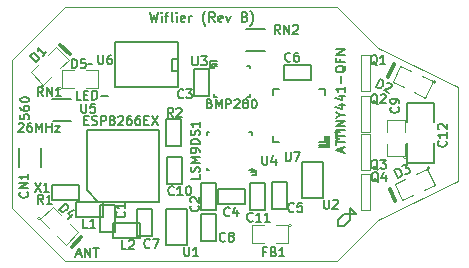
<source format=gto>
G04 (created by PCBNEW (2013-jul-07)-stable) date Mon 22 Jun 2015 08:36:27 PM EDT*
%MOIN*%
G04 Gerber Fmt 3.4, Leading zero omitted, Abs format*
%FSLAX34Y34*%
G01*
G70*
G90*
G04 APERTURE LIST*
%ADD10C,0.00590551*%
%ADD11C,0.00787402*%
%ADD12C,0.0065*%
%ADD13C,0.00393701*%
%ADD14C,0.011811*%
%ADD15C,0.0075*%
%ADD16C,0.0047*%
%ADD17C,0.005*%
%ADD18C,0.006*%
%ADD19C,0.0039*%
G04 APERTURE END LIST*
G54D10*
G54D11*
X20447Y-21247D02*
X20578Y-21247D01*
G54D12*
X22487Y-19534D02*
X22564Y-19854D01*
X22625Y-19625D01*
X22685Y-19854D01*
X22762Y-19534D01*
X22884Y-19854D02*
X22884Y-19641D01*
X22884Y-19534D02*
X22868Y-19549D01*
X22884Y-19565D01*
X22899Y-19549D01*
X22884Y-19534D01*
X22884Y-19565D01*
X22990Y-19641D02*
X23112Y-19641D01*
X23036Y-19854D02*
X23036Y-19580D01*
X23051Y-19549D01*
X23082Y-19534D01*
X23112Y-19534D01*
X23265Y-19854D02*
X23234Y-19839D01*
X23219Y-19808D01*
X23219Y-19534D01*
X23386Y-19854D02*
X23386Y-19641D01*
X23386Y-19534D02*
X23371Y-19549D01*
X23386Y-19565D01*
X23402Y-19549D01*
X23386Y-19534D01*
X23386Y-19565D01*
X23661Y-19839D02*
X23630Y-19854D01*
X23569Y-19854D01*
X23539Y-19839D01*
X23524Y-19808D01*
X23524Y-19686D01*
X23539Y-19656D01*
X23569Y-19641D01*
X23630Y-19641D01*
X23661Y-19656D01*
X23676Y-19686D01*
X23676Y-19717D01*
X23524Y-19747D01*
X23813Y-19854D02*
X23813Y-19641D01*
X23813Y-19702D02*
X23828Y-19671D01*
X23844Y-19656D01*
X23874Y-19641D01*
X23905Y-19641D01*
X24346Y-19976D02*
X24331Y-19961D01*
X24301Y-19915D01*
X24285Y-19885D01*
X24270Y-19839D01*
X24255Y-19763D01*
X24255Y-19702D01*
X24270Y-19625D01*
X24285Y-19580D01*
X24301Y-19549D01*
X24331Y-19504D01*
X24346Y-19488D01*
X24651Y-19854D02*
X24545Y-19702D01*
X24468Y-19854D02*
X24468Y-19534D01*
X24590Y-19534D01*
X24621Y-19549D01*
X24636Y-19565D01*
X24651Y-19595D01*
X24651Y-19641D01*
X24636Y-19671D01*
X24621Y-19686D01*
X24590Y-19702D01*
X24468Y-19702D01*
X24910Y-19839D02*
X24880Y-19854D01*
X24819Y-19854D01*
X24788Y-19839D01*
X24773Y-19808D01*
X24773Y-19686D01*
X24788Y-19656D01*
X24819Y-19641D01*
X24880Y-19641D01*
X24910Y-19656D01*
X24925Y-19686D01*
X24925Y-19717D01*
X24773Y-19747D01*
X25032Y-19641D02*
X25108Y-19854D01*
X25185Y-19641D01*
X25657Y-19686D02*
X25703Y-19702D01*
X25718Y-19717D01*
X25733Y-19747D01*
X25733Y-19793D01*
X25718Y-19824D01*
X25703Y-19839D01*
X25672Y-19854D01*
X25550Y-19854D01*
X25550Y-19534D01*
X25657Y-19534D01*
X25687Y-19549D01*
X25703Y-19565D01*
X25718Y-19595D01*
X25718Y-19625D01*
X25703Y-19656D01*
X25687Y-19671D01*
X25657Y-19686D01*
X25550Y-19686D01*
X25840Y-19976D02*
X25855Y-19961D01*
X25885Y-19915D01*
X25901Y-19885D01*
X25916Y-19839D01*
X25931Y-19763D01*
X25931Y-19702D01*
X25916Y-19625D01*
X25901Y-19580D01*
X25885Y-19549D01*
X25855Y-19504D01*
X25840Y-19488D01*
G54D11*
X28950Y-26650D02*
X28750Y-26650D01*
X29150Y-26450D02*
X28950Y-26650D01*
X29150Y-26250D02*
X29150Y-26450D01*
X29350Y-26250D02*
X29150Y-26050D01*
X29150Y-26250D02*
X29350Y-26250D01*
X29150Y-26050D02*
X29150Y-26250D01*
X29150Y-26250D02*
X29150Y-26050D01*
X28950Y-26250D02*
X29150Y-26250D01*
X28750Y-26450D02*
X28950Y-26250D01*
X28750Y-26650D02*
X28750Y-26450D01*
G54D13*
X28718Y-19360D02*
X19662Y-19360D01*
X28718Y-27825D02*
X19662Y-27825D01*
X19662Y-27825D02*
X17891Y-26053D01*
X17891Y-21132D02*
X19662Y-19360D01*
G54D14*
X19893Y-27349D02*
X20212Y-27030D01*
X19816Y-20939D02*
X19497Y-20620D01*
X30630Y-21272D02*
X30440Y-21679D01*
X30488Y-25412D02*
X30678Y-25819D01*
G54D15*
X28654Y-23517D02*
X28825Y-23517D01*
X28740Y-23517D02*
X28740Y-23817D01*
X28768Y-23774D01*
X28797Y-23746D01*
X28825Y-23731D01*
G54D13*
X32753Y-25167D02*
X30096Y-26447D01*
X32753Y-22018D02*
X32753Y-25167D01*
X30096Y-20738D02*
X32753Y-22018D01*
X17891Y-21132D02*
X17891Y-26053D01*
X28718Y-19360D02*
X30096Y-20738D01*
X28718Y-27825D02*
X30096Y-26447D01*
G54D10*
X28127Y-24022D02*
X28481Y-24022D01*
X28481Y-24022D02*
X28481Y-23668D01*
X28127Y-23943D02*
X28166Y-23943D01*
X28402Y-23668D02*
X28402Y-23943D01*
X28402Y-23943D02*
X28166Y-23943D01*
X28324Y-22290D02*
X28324Y-22093D01*
X28324Y-22093D02*
X28127Y-22093D01*
X26591Y-22093D02*
X26788Y-22093D01*
X26591Y-22093D02*
X26591Y-22290D01*
X26788Y-23865D02*
X26591Y-23865D01*
X26591Y-23865D02*
X26591Y-23668D01*
X28324Y-23865D02*
X28324Y-23668D01*
X28324Y-23865D02*
X28127Y-23865D01*
G54D16*
X29530Y-23520D02*
X29530Y-22320D01*
X29530Y-22320D02*
X29830Y-22320D01*
X29830Y-22320D02*
X29830Y-23520D01*
X29830Y-23520D02*
X29530Y-23520D01*
X29534Y-22168D02*
X29534Y-20968D01*
X29534Y-20968D02*
X29834Y-20968D01*
X29834Y-20968D02*
X29834Y-22168D01*
X29834Y-22168D02*
X29534Y-22168D01*
X29520Y-24800D02*
X29520Y-23600D01*
X29520Y-23600D02*
X29820Y-23600D01*
X29820Y-23600D02*
X29820Y-24800D01*
X29820Y-24800D02*
X29520Y-24800D01*
X29520Y-26120D02*
X29520Y-24920D01*
X29520Y-24920D02*
X29820Y-24920D01*
X29820Y-24920D02*
X29820Y-26120D01*
X29820Y-26120D02*
X29520Y-26120D01*
G54D17*
X27549Y-24516D02*
X28249Y-24516D01*
X28249Y-24516D02*
X28249Y-25716D01*
X28249Y-25716D02*
X27549Y-25716D01*
X27549Y-25716D02*
X27549Y-24516D01*
X23038Y-26076D02*
X23738Y-26076D01*
X23738Y-26076D02*
X23738Y-27276D01*
X23738Y-27276D02*
X23038Y-27276D01*
X23038Y-27276D02*
X23038Y-26076D01*
X23440Y-20577D02*
X23440Y-20527D01*
X23440Y-20527D02*
X21340Y-20527D01*
X21340Y-22027D02*
X23440Y-22027D01*
X23440Y-22027D02*
X23440Y-20577D01*
X23440Y-21477D02*
X23240Y-21477D01*
X23240Y-21477D02*
X23240Y-21077D01*
X23240Y-21077D02*
X23440Y-21077D01*
X21340Y-22027D02*
X21340Y-20527D01*
X31070Y-24550D02*
X31970Y-24550D01*
X31970Y-24550D02*
X31970Y-23900D01*
X31070Y-23200D02*
X31070Y-22550D01*
X31070Y-22550D02*
X31970Y-22550D01*
X31970Y-22550D02*
X31970Y-23200D01*
X31070Y-23900D02*
X31070Y-24550D01*
X21272Y-26557D02*
X22172Y-26557D01*
X22172Y-26557D02*
X22172Y-27057D01*
X22172Y-27057D02*
X21272Y-27057D01*
X21272Y-27057D02*
X21272Y-26557D01*
X24779Y-25431D02*
X25679Y-25431D01*
X25679Y-25431D02*
X25679Y-25931D01*
X25679Y-25931D02*
X24779Y-25931D01*
X24779Y-25931D02*
X24779Y-25431D01*
X23981Y-22326D02*
X23981Y-21426D01*
X23981Y-21426D02*
X24481Y-21426D01*
X24481Y-21426D02*
X24481Y-22326D01*
X24481Y-22326D02*
X23981Y-22326D01*
X24194Y-26114D02*
X24194Y-25214D01*
X24194Y-25214D02*
X24694Y-25214D01*
X24694Y-25214D02*
X24694Y-26114D01*
X24694Y-26114D02*
X24194Y-26114D01*
X27052Y-25188D02*
X27052Y-26088D01*
X27052Y-26088D02*
X26552Y-26088D01*
X26552Y-26088D02*
X26552Y-25188D01*
X26552Y-25188D02*
X27052Y-25188D01*
X27869Y-21778D02*
X26969Y-21778D01*
X26969Y-21778D02*
X26969Y-21278D01*
X26969Y-21278D02*
X27869Y-21278D01*
X27869Y-21278D02*
X27869Y-21778D01*
X26329Y-25216D02*
X26329Y-26116D01*
X26329Y-26116D02*
X25829Y-26116D01*
X25829Y-26116D02*
X25829Y-25216D01*
X25829Y-25216D02*
X26329Y-25216D01*
X20938Y-26348D02*
X20038Y-26348D01*
X20038Y-26348D02*
X20038Y-25848D01*
X20038Y-25848D02*
X20938Y-25848D01*
X20938Y-25848D02*
X20938Y-26348D01*
X23057Y-25268D02*
X23057Y-24368D01*
X23057Y-24368D02*
X23557Y-24368D01*
X23557Y-24368D02*
X23557Y-25268D01*
X23557Y-25268D02*
X23057Y-25268D01*
X24212Y-27153D02*
X24212Y-26253D01*
X24212Y-26253D02*
X24712Y-26253D01*
X24712Y-26253D02*
X24712Y-27153D01*
X24712Y-27153D02*
X24212Y-27153D01*
X21337Y-25956D02*
X21337Y-26856D01*
X21337Y-26856D02*
X20837Y-26856D01*
X20837Y-26856D02*
X20837Y-25956D01*
X20837Y-25956D02*
X21337Y-25956D01*
G54D18*
X20384Y-25469D02*
X20384Y-23819D01*
X20384Y-23819D02*
X20384Y-23444D01*
X20384Y-23444D02*
X22784Y-23444D01*
X22784Y-23444D02*
X22784Y-25844D01*
X22784Y-25844D02*
X20759Y-25844D01*
X20759Y-25844D02*
X20384Y-25469D01*
G54D10*
X18119Y-24053D02*
X18119Y-24682D01*
X18852Y-24675D02*
X18852Y-24045D01*
G54D17*
X22555Y-26085D02*
X22555Y-26985D01*
X22555Y-26985D02*
X22055Y-26985D01*
X22055Y-26985D02*
X22055Y-26085D01*
X22055Y-26085D02*
X22555Y-26085D01*
X19233Y-25306D02*
X20133Y-25306D01*
X20133Y-25306D02*
X20133Y-25806D01*
X20133Y-25806D02*
X19233Y-25806D01*
X19233Y-25806D02*
X19233Y-25306D01*
X23047Y-23994D02*
X23047Y-23094D01*
X23047Y-23094D02*
X23547Y-23094D01*
X23547Y-23094D02*
X23547Y-23994D01*
X23547Y-23994D02*
X23047Y-23994D01*
G54D10*
X19249Y-23171D02*
X19879Y-23171D01*
X19871Y-22439D02*
X19241Y-22439D01*
X25891Y-24948D02*
X26048Y-24948D01*
X26048Y-24948D02*
X26048Y-24790D01*
X25969Y-24751D02*
X25969Y-24869D01*
X25969Y-24869D02*
X25851Y-24869D01*
X24473Y-23531D02*
X24394Y-23531D01*
X24394Y-23531D02*
X24394Y-23609D01*
X25812Y-23531D02*
X25891Y-23531D01*
X25891Y-23531D02*
X25891Y-23609D01*
X24473Y-24790D02*
X24394Y-24790D01*
X24394Y-24790D02*
X24394Y-24712D01*
X25812Y-24790D02*
X25891Y-24790D01*
X25891Y-24790D02*
X25891Y-24712D01*
G54D19*
X18963Y-21992D02*
G75*
G03X18963Y-21992I-49J0D01*
G74*
G01*
X19231Y-21674D02*
X18948Y-21957D01*
X18948Y-21957D02*
X18524Y-21533D01*
X18524Y-21533D02*
X18807Y-21250D01*
X19090Y-20967D02*
X19373Y-20684D01*
X19373Y-20684D02*
X19797Y-21108D01*
X19797Y-21108D02*
X19514Y-21391D01*
X32025Y-21852D02*
G75*
G03X32025Y-21852I-49J0D01*
G74*
G01*
X31568Y-21662D02*
X31930Y-21831D01*
X31930Y-21831D02*
X31676Y-22375D01*
X31676Y-22375D02*
X31314Y-22206D01*
X30951Y-22037D02*
X30589Y-21868D01*
X30589Y-21868D02*
X30843Y-21324D01*
X30843Y-21324D02*
X31205Y-21493D01*
X31832Y-24723D02*
G75*
G03X31832Y-24723I-50J0D01*
G74*
G01*
X31374Y-24913D02*
X31736Y-24744D01*
X31736Y-24744D02*
X31990Y-25288D01*
X31990Y-25288D02*
X31628Y-25457D01*
X31265Y-25626D02*
X30903Y-25795D01*
X30903Y-25795D02*
X30649Y-25251D01*
X30649Y-25251D02*
X31011Y-25082D01*
X18851Y-26401D02*
G75*
G03X18851Y-26401I-49J0D01*
G74*
G01*
X19119Y-26719D02*
X18836Y-26436D01*
X18836Y-26436D02*
X19260Y-26012D01*
X19260Y-26012D02*
X19543Y-26295D01*
X19826Y-26578D02*
X20109Y-26861D01*
X20109Y-26861D02*
X19685Y-27285D01*
X19685Y-27285D02*
X19402Y-27002D01*
X19551Y-22071D02*
G75*
G03X19551Y-22071I-50J0D01*
G74*
G01*
X19951Y-22071D02*
X19551Y-22071D01*
X19551Y-22071D02*
X19551Y-21471D01*
X19551Y-21471D02*
X19951Y-21471D01*
X20351Y-21471D02*
X20751Y-21471D01*
X20751Y-21471D02*
X20751Y-22071D01*
X20751Y-22071D02*
X20351Y-22071D01*
G54D10*
X25710Y-20826D02*
X26339Y-20826D01*
X26332Y-20093D02*
X25702Y-20093D01*
G54D19*
X27208Y-26640D02*
G75*
G03X27208Y-26640I-50J0D01*
G74*
G01*
X26708Y-26640D02*
X27108Y-26640D01*
X27108Y-26640D02*
X27108Y-27240D01*
X27108Y-27240D02*
X26708Y-27240D01*
X26308Y-27240D02*
X25908Y-27240D01*
X25908Y-27240D02*
X25908Y-26640D01*
X25908Y-26640D02*
X26308Y-26640D01*
X31052Y-24380D02*
G75*
G03X31052Y-24380I-50J0D01*
G74*
G01*
X31002Y-23930D02*
X31002Y-24330D01*
X31002Y-24330D02*
X30402Y-24330D01*
X30402Y-24330D02*
X30402Y-23930D01*
X30402Y-23530D02*
X30402Y-23130D01*
X30402Y-23130D02*
X31002Y-23130D01*
X31002Y-23130D02*
X31002Y-23530D01*
G54D10*
X24487Y-21400D02*
X24487Y-21164D01*
X24487Y-21164D02*
X24724Y-21164D01*
X24566Y-21400D02*
X24566Y-21282D01*
X24566Y-21282D02*
X24566Y-21243D01*
X24566Y-21243D02*
X24724Y-21243D01*
X25747Y-22345D02*
X25826Y-22345D01*
X25826Y-22345D02*
X25826Y-22267D01*
X25747Y-21322D02*
X25826Y-21322D01*
X25826Y-21322D02*
X25826Y-21400D01*
X24724Y-21322D02*
X24645Y-21322D01*
X24645Y-21322D02*
X24645Y-21400D01*
X24724Y-22345D02*
X24645Y-22345D01*
X24645Y-22345D02*
X24645Y-22267D01*
G54D18*
X27019Y-24193D02*
X27019Y-24436D01*
X27033Y-24464D01*
X27048Y-24479D01*
X27076Y-24493D01*
X27133Y-24493D01*
X27162Y-24479D01*
X27176Y-24464D01*
X27190Y-24436D01*
X27190Y-24193D01*
X27305Y-24193D02*
X27505Y-24193D01*
X27376Y-24493D01*
X28905Y-24184D02*
X28905Y-24041D01*
X28991Y-24212D02*
X28691Y-24112D01*
X28991Y-24012D01*
X28691Y-23955D02*
X28691Y-23784D01*
X28991Y-23869D02*
X28691Y-23869D01*
X28691Y-23727D02*
X28691Y-23555D01*
X28991Y-23641D02*
X28691Y-23641D01*
X28991Y-23455D02*
X28691Y-23455D01*
X28991Y-23312D02*
X28691Y-23312D01*
X28991Y-23141D01*
X28691Y-23141D01*
X28848Y-22941D02*
X28991Y-22941D01*
X28691Y-23041D02*
X28848Y-22941D01*
X28691Y-22841D01*
X28791Y-22612D02*
X28991Y-22612D01*
X28677Y-22684D02*
X28891Y-22755D01*
X28891Y-22570D01*
X28791Y-22327D02*
X28991Y-22327D01*
X28677Y-22398D02*
X28891Y-22470D01*
X28891Y-22284D01*
X28991Y-22012D02*
X28991Y-22184D01*
X28991Y-22098D02*
X28691Y-22098D01*
X28734Y-22127D01*
X28762Y-22155D01*
X28777Y-22184D01*
X28877Y-21884D02*
X28877Y-21655D01*
X29020Y-21312D02*
X29005Y-21341D01*
X28977Y-21370D01*
X28934Y-21412D01*
X28920Y-21441D01*
X28920Y-21470D01*
X28991Y-21455D02*
X28977Y-21484D01*
X28948Y-21512D01*
X28891Y-21527D01*
X28791Y-21527D01*
X28734Y-21512D01*
X28705Y-21484D01*
X28691Y-21455D01*
X28691Y-21398D01*
X28705Y-21370D01*
X28734Y-21341D01*
X28791Y-21327D01*
X28891Y-21327D01*
X28948Y-21341D01*
X28977Y-21370D01*
X28991Y-21398D01*
X28991Y-21455D01*
X28834Y-21098D02*
X28834Y-21198D01*
X28991Y-21198D02*
X28691Y-21198D01*
X28691Y-21055D01*
X28991Y-20941D02*
X28691Y-20941D01*
X28991Y-20770D01*
X28691Y-20770D01*
X18657Y-25221D02*
X18857Y-25521D01*
X18857Y-25221D02*
X18657Y-25521D01*
X19128Y-25521D02*
X18957Y-25521D01*
X19042Y-25521D02*
X19042Y-25221D01*
X19014Y-25264D01*
X18985Y-25292D01*
X18957Y-25307D01*
X18119Y-23249D02*
X18133Y-23234D01*
X18162Y-23220D01*
X18233Y-23220D01*
X18262Y-23234D01*
X18276Y-23249D01*
X18291Y-23277D01*
X18291Y-23306D01*
X18276Y-23349D01*
X18105Y-23520D01*
X18291Y-23520D01*
X18548Y-23220D02*
X18491Y-23220D01*
X18462Y-23234D01*
X18448Y-23249D01*
X18419Y-23291D01*
X18405Y-23349D01*
X18405Y-23463D01*
X18419Y-23491D01*
X18433Y-23506D01*
X18462Y-23520D01*
X18519Y-23520D01*
X18548Y-23506D01*
X18562Y-23491D01*
X18576Y-23463D01*
X18576Y-23391D01*
X18562Y-23363D01*
X18548Y-23349D01*
X18519Y-23334D01*
X18462Y-23334D01*
X18433Y-23349D01*
X18419Y-23363D01*
X18405Y-23391D01*
X18705Y-23520D02*
X18705Y-23220D01*
X18805Y-23434D01*
X18905Y-23220D01*
X18905Y-23520D01*
X19048Y-23520D02*
X19048Y-23220D01*
X19048Y-23363D02*
X19219Y-23363D01*
X19219Y-23520D02*
X19219Y-23220D01*
X19333Y-23320D02*
X19491Y-23320D01*
X19333Y-23520D01*
X19491Y-23520D01*
X30091Y-22600D02*
X30062Y-22585D01*
X30034Y-22557D01*
X29991Y-22514D01*
X29962Y-22500D01*
X29934Y-22500D01*
X29948Y-22571D02*
X29920Y-22557D01*
X29891Y-22528D01*
X29877Y-22471D01*
X29877Y-22371D01*
X29891Y-22314D01*
X29920Y-22285D01*
X29948Y-22271D01*
X30005Y-22271D01*
X30034Y-22285D01*
X30062Y-22314D01*
X30077Y-22371D01*
X30077Y-22471D01*
X30062Y-22528D01*
X30034Y-22557D01*
X30005Y-22571D01*
X29948Y-22571D01*
X30191Y-22300D02*
X30205Y-22285D01*
X30234Y-22271D01*
X30305Y-22271D01*
X30334Y-22285D01*
X30348Y-22300D01*
X30362Y-22328D01*
X30362Y-22357D01*
X30348Y-22400D01*
X30177Y-22571D01*
X30362Y-22571D01*
X30076Y-21290D02*
X30047Y-21275D01*
X30019Y-21247D01*
X29976Y-21204D01*
X29947Y-21190D01*
X29919Y-21190D01*
X29933Y-21261D02*
X29905Y-21247D01*
X29876Y-21218D01*
X29862Y-21161D01*
X29862Y-21061D01*
X29876Y-21004D01*
X29905Y-20975D01*
X29933Y-20961D01*
X29990Y-20961D01*
X30019Y-20975D01*
X30047Y-21004D01*
X30062Y-21061D01*
X30062Y-21161D01*
X30047Y-21218D01*
X30019Y-21247D01*
X29990Y-21261D01*
X29933Y-21261D01*
X30347Y-21261D02*
X30176Y-21261D01*
X30262Y-21261D02*
X30262Y-20961D01*
X30233Y-21004D01*
X30205Y-21032D01*
X30176Y-21047D01*
X30092Y-24783D02*
X30063Y-24768D01*
X30035Y-24740D01*
X29992Y-24697D01*
X29963Y-24683D01*
X29935Y-24683D01*
X29949Y-24754D02*
X29921Y-24740D01*
X29892Y-24711D01*
X29878Y-24654D01*
X29878Y-24554D01*
X29892Y-24497D01*
X29921Y-24468D01*
X29949Y-24454D01*
X30006Y-24454D01*
X30035Y-24468D01*
X30063Y-24497D01*
X30078Y-24554D01*
X30078Y-24654D01*
X30063Y-24711D01*
X30035Y-24740D01*
X30006Y-24754D01*
X29949Y-24754D01*
X30178Y-24454D02*
X30363Y-24454D01*
X30263Y-24568D01*
X30306Y-24568D01*
X30335Y-24583D01*
X30349Y-24597D01*
X30363Y-24625D01*
X30363Y-24697D01*
X30349Y-24725D01*
X30335Y-24740D01*
X30306Y-24754D01*
X30221Y-24754D01*
X30192Y-24740D01*
X30178Y-24725D01*
X30111Y-25190D02*
X30082Y-25175D01*
X30054Y-25147D01*
X30011Y-25104D01*
X29982Y-25090D01*
X29954Y-25090D01*
X29968Y-25161D02*
X29940Y-25147D01*
X29911Y-25118D01*
X29897Y-25061D01*
X29897Y-24961D01*
X29911Y-24904D01*
X29940Y-24875D01*
X29968Y-24861D01*
X30025Y-24861D01*
X30054Y-24875D01*
X30082Y-24904D01*
X30097Y-24961D01*
X30097Y-25061D01*
X30082Y-25118D01*
X30054Y-25147D01*
X30025Y-25161D01*
X29968Y-25161D01*
X30354Y-24961D02*
X30354Y-25161D01*
X30282Y-24847D02*
X30211Y-25061D01*
X30397Y-25061D01*
X28292Y-25776D02*
X28292Y-26019D01*
X28306Y-26047D01*
X28321Y-26062D01*
X28349Y-26076D01*
X28406Y-26076D01*
X28435Y-26062D01*
X28449Y-26047D01*
X28464Y-26019D01*
X28464Y-25776D01*
X28592Y-25805D02*
X28606Y-25790D01*
X28635Y-25776D01*
X28706Y-25776D01*
X28735Y-25790D01*
X28749Y-25805D01*
X28764Y-25833D01*
X28764Y-25862D01*
X28749Y-25905D01*
X28578Y-26076D01*
X28764Y-26076D01*
X23636Y-27356D02*
X23636Y-27599D01*
X23650Y-27627D01*
X23665Y-27642D01*
X23693Y-27656D01*
X23750Y-27656D01*
X23779Y-27642D01*
X23793Y-27627D01*
X23807Y-27599D01*
X23807Y-27356D01*
X24107Y-27656D02*
X23936Y-27656D01*
X24022Y-27656D02*
X24022Y-27356D01*
X23993Y-27399D01*
X23965Y-27427D01*
X23936Y-27442D01*
X20771Y-20961D02*
X20771Y-21204D01*
X20785Y-21232D01*
X20800Y-21247D01*
X20828Y-21261D01*
X20885Y-21261D01*
X20914Y-21247D01*
X20928Y-21232D01*
X20942Y-21204D01*
X20942Y-20961D01*
X21214Y-20961D02*
X21157Y-20961D01*
X21128Y-20975D01*
X21114Y-20990D01*
X21085Y-21032D01*
X21071Y-21090D01*
X21071Y-21204D01*
X21085Y-21232D01*
X21100Y-21247D01*
X21128Y-21261D01*
X21185Y-21261D01*
X21214Y-21247D01*
X21228Y-21232D01*
X21242Y-21204D01*
X21242Y-21132D01*
X21228Y-21104D01*
X21214Y-21090D01*
X21185Y-21075D01*
X21128Y-21075D01*
X21100Y-21090D01*
X21085Y-21104D01*
X21071Y-21132D01*
X32362Y-23824D02*
X32377Y-23839D01*
X32391Y-23882D01*
X32391Y-23910D01*
X32377Y-23953D01*
X32348Y-23982D01*
X32320Y-23996D01*
X32262Y-24010D01*
X32220Y-24010D01*
X32162Y-23996D01*
X32134Y-23982D01*
X32105Y-23953D01*
X32091Y-23910D01*
X32091Y-23882D01*
X32105Y-23839D01*
X32120Y-23824D01*
X32391Y-23539D02*
X32391Y-23710D01*
X32391Y-23624D02*
X32091Y-23624D01*
X32134Y-23653D01*
X32162Y-23682D01*
X32177Y-23710D01*
X32120Y-23424D02*
X32105Y-23410D01*
X32091Y-23382D01*
X32091Y-23310D01*
X32105Y-23282D01*
X32120Y-23267D01*
X32148Y-23253D01*
X32177Y-23253D01*
X32220Y-23267D01*
X32391Y-23439D01*
X32391Y-23253D01*
X21707Y-27422D02*
X21564Y-27422D01*
X21564Y-27122D01*
X21792Y-27151D02*
X21807Y-27136D01*
X21835Y-27122D01*
X21907Y-27122D01*
X21935Y-27136D01*
X21949Y-27151D01*
X21964Y-27179D01*
X21964Y-27208D01*
X21949Y-27251D01*
X21778Y-27422D01*
X21964Y-27422D01*
X25150Y-26307D02*
X25135Y-26322D01*
X25092Y-26336D01*
X25064Y-26336D01*
X25021Y-26322D01*
X24992Y-26293D01*
X24978Y-26265D01*
X24964Y-26207D01*
X24964Y-26165D01*
X24978Y-26107D01*
X24992Y-26079D01*
X25021Y-26050D01*
X25064Y-26036D01*
X25092Y-26036D01*
X25135Y-26050D01*
X25150Y-26065D01*
X25407Y-26136D02*
X25407Y-26336D01*
X25335Y-26022D02*
X25264Y-26236D01*
X25450Y-26236D01*
X23607Y-22372D02*
X23592Y-22387D01*
X23549Y-22401D01*
X23521Y-22401D01*
X23478Y-22387D01*
X23449Y-22358D01*
X23435Y-22330D01*
X23421Y-22272D01*
X23421Y-22230D01*
X23435Y-22172D01*
X23449Y-22144D01*
X23478Y-22115D01*
X23521Y-22101D01*
X23549Y-22101D01*
X23592Y-22115D01*
X23607Y-22130D01*
X23707Y-22101D02*
X23892Y-22101D01*
X23792Y-22215D01*
X23835Y-22215D01*
X23864Y-22230D01*
X23878Y-22244D01*
X23892Y-22272D01*
X23892Y-22344D01*
X23878Y-22372D01*
X23864Y-22387D01*
X23835Y-22401D01*
X23749Y-22401D01*
X23721Y-22387D01*
X23707Y-22372D01*
X24107Y-25979D02*
X24122Y-25993D01*
X24136Y-26036D01*
X24136Y-26064D01*
X24122Y-26107D01*
X24093Y-26136D01*
X24065Y-26150D01*
X24007Y-26164D01*
X23965Y-26164D01*
X23907Y-26150D01*
X23879Y-26136D01*
X23850Y-26107D01*
X23836Y-26064D01*
X23836Y-26036D01*
X23850Y-25993D01*
X23865Y-25979D01*
X23865Y-25864D02*
X23850Y-25850D01*
X23836Y-25821D01*
X23836Y-25750D01*
X23850Y-25721D01*
X23865Y-25707D01*
X23893Y-25693D01*
X23922Y-25693D01*
X23965Y-25707D01*
X24136Y-25879D01*
X24136Y-25693D01*
X27295Y-26162D02*
X27280Y-26177D01*
X27237Y-26191D01*
X27209Y-26191D01*
X27166Y-26177D01*
X27137Y-26148D01*
X27123Y-26120D01*
X27109Y-26062D01*
X27109Y-26020D01*
X27123Y-25962D01*
X27137Y-25934D01*
X27166Y-25905D01*
X27209Y-25891D01*
X27237Y-25891D01*
X27280Y-25905D01*
X27295Y-25920D01*
X27566Y-25891D02*
X27423Y-25891D01*
X27409Y-26034D01*
X27423Y-26020D01*
X27452Y-26005D01*
X27523Y-26005D01*
X27552Y-26020D01*
X27566Y-26034D01*
X27580Y-26062D01*
X27580Y-26134D01*
X27566Y-26162D01*
X27552Y-26177D01*
X27523Y-26191D01*
X27452Y-26191D01*
X27423Y-26177D01*
X27409Y-26162D01*
X27178Y-21149D02*
X27163Y-21164D01*
X27120Y-21178D01*
X27092Y-21178D01*
X27049Y-21164D01*
X27020Y-21135D01*
X27006Y-21107D01*
X26992Y-21049D01*
X26992Y-21007D01*
X27006Y-20949D01*
X27020Y-20921D01*
X27049Y-20892D01*
X27092Y-20878D01*
X27120Y-20878D01*
X27163Y-20892D01*
X27178Y-20907D01*
X27435Y-20878D02*
X27378Y-20878D01*
X27349Y-20892D01*
X27335Y-20907D01*
X27306Y-20949D01*
X27292Y-21007D01*
X27292Y-21121D01*
X27306Y-21149D01*
X27320Y-21164D01*
X27349Y-21178D01*
X27406Y-21178D01*
X27435Y-21164D01*
X27449Y-21149D01*
X27463Y-21121D01*
X27463Y-21049D01*
X27449Y-21021D01*
X27435Y-21007D01*
X27406Y-20992D01*
X27349Y-20992D01*
X27320Y-21007D01*
X27306Y-21021D01*
X27292Y-21049D01*
X25917Y-26482D02*
X25902Y-26497D01*
X25860Y-26511D01*
X25831Y-26511D01*
X25788Y-26497D01*
X25760Y-26468D01*
X25745Y-26440D01*
X25731Y-26382D01*
X25731Y-26340D01*
X25745Y-26282D01*
X25760Y-26254D01*
X25788Y-26225D01*
X25831Y-26211D01*
X25860Y-26211D01*
X25902Y-26225D01*
X25917Y-26240D01*
X26202Y-26511D02*
X26031Y-26511D01*
X26117Y-26511D02*
X26117Y-26211D01*
X26088Y-26254D01*
X26060Y-26282D01*
X26031Y-26297D01*
X26488Y-26511D02*
X26317Y-26511D01*
X26402Y-26511D02*
X26402Y-26211D01*
X26374Y-26254D01*
X26345Y-26282D01*
X26317Y-26297D01*
X20422Y-26717D02*
X20279Y-26717D01*
X20279Y-26417D01*
X20679Y-26717D02*
X20507Y-26717D01*
X20593Y-26717D02*
X20593Y-26417D01*
X20564Y-26460D01*
X20536Y-26488D01*
X20507Y-26503D01*
X23299Y-25598D02*
X23284Y-25613D01*
X23242Y-25627D01*
X23213Y-25627D01*
X23170Y-25613D01*
X23142Y-25584D01*
X23127Y-25556D01*
X23113Y-25498D01*
X23113Y-25456D01*
X23127Y-25398D01*
X23142Y-25370D01*
X23170Y-25341D01*
X23213Y-25327D01*
X23242Y-25327D01*
X23284Y-25341D01*
X23299Y-25356D01*
X23584Y-25627D02*
X23413Y-25627D01*
X23499Y-25627D02*
X23499Y-25327D01*
X23470Y-25370D01*
X23442Y-25398D01*
X23413Y-25413D01*
X23770Y-25327D02*
X23799Y-25327D01*
X23827Y-25341D01*
X23842Y-25356D01*
X23856Y-25384D01*
X23870Y-25441D01*
X23870Y-25513D01*
X23856Y-25570D01*
X23842Y-25598D01*
X23827Y-25613D01*
X23799Y-25627D01*
X23770Y-25627D01*
X23742Y-25613D01*
X23727Y-25598D01*
X23713Y-25570D01*
X23699Y-25513D01*
X23699Y-25441D01*
X23713Y-25384D01*
X23727Y-25356D01*
X23742Y-25341D01*
X23770Y-25327D01*
X25005Y-27147D02*
X24990Y-27162D01*
X24947Y-27176D01*
X24919Y-27176D01*
X24876Y-27162D01*
X24847Y-27133D01*
X24833Y-27105D01*
X24819Y-27047D01*
X24819Y-27005D01*
X24833Y-26947D01*
X24847Y-26919D01*
X24876Y-26890D01*
X24919Y-26876D01*
X24947Y-26876D01*
X24990Y-26890D01*
X25005Y-26905D01*
X25176Y-27005D02*
X25147Y-26990D01*
X25133Y-26976D01*
X25119Y-26947D01*
X25119Y-26933D01*
X25133Y-26905D01*
X25147Y-26890D01*
X25176Y-26876D01*
X25233Y-26876D01*
X25262Y-26890D01*
X25276Y-26905D01*
X25290Y-26933D01*
X25290Y-26947D01*
X25276Y-26976D01*
X25262Y-26990D01*
X25233Y-27005D01*
X25176Y-27005D01*
X25147Y-27019D01*
X25133Y-27033D01*
X25119Y-27062D01*
X25119Y-27119D01*
X25133Y-27147D01*
X25147Y-27162D01*
X25176Y-27176D01*
X25233Y-27176D01*
X25262Y-27162D01*
X25276Y-27147D01*
X25290Y-27119D01*
X25290Y-27062D01*
X25276Y-27033D01*
X25262Y-27019D01*
X25233Y-27005D01*
X21638Y-26186D02*
X21653Y-26200D01*
X21667Y-26243D01*
X21667Y-26271D01*
X21653Y-26314D01*
X21624Y-26343D01*
X21596Y-26357D01*
X21538Y-26371D01*
X21496Y-26371D01*
X21438Y-26357D01*
X21410Y-26343D01*
X21381Y-26314D01*
X21367Y-26271D01*
X21367Y-26243D01*
X21381Y-26200D01*
X21396Y-26186D01*
X21667Y-25900D02*
X21667Y-26071D01*
X21667Y-25986D02*
X21367Y-25986D01*
X21410Y-26014D01*
X21438Y-26043D01*
X21453Y-26071D01*
X20204Y-22578D02*
X20204Y-22821D01*
X20218Y-22849D01*
X20233Y-22864D01*
X20261Y-22878D01*
X20318Y-22878D01*
X20347Y-22864D01*
X20361Y-22849D01*
X20375Y-22821D01*
X20375Y-22578D01*
X20661Y-22578D02*
X20518Y-22578D01*
X20504Y-22721D01*
X20518Y-22707D01*
X20547Y-22692D01*
X20618Y-22692D01*
X20647Y-22707D01*
X20661Y-22721D01*
X20675Y-22749D01*
X20675Y-22821D01*
X20661Y-22849D01*
X20647Y-22864D01*
X20618Y-22878D01*
X20547Y-22878D01*
X20518Y-22864D01*
X20504Y-22849D01*
X20308Y-23136D02*
X20408Y-23136D01*
X20451Y-23293D02*
X20308Y-23293D01*
X20308Y-22993D01*
X20451Y-22993D01*
X20566Y-23279D02*
X20608Y-23293D01*
X20680Y-23293D01*
X20708Y-23279D01*
X20723Y-23264D01*
X20737Y-23236D01*
X20737Y-23207D01*
X20723Y-23179D01*
X20708Y-23164D01*
X20680Y-23150D01*
X20623Y-23136D01*
X20594Y-23122D01*
X20580Y-23107D01*
X20566Y-23079D01*
X20566Y-23050D01*
X20580Y-23022D01*
X20594Y-23007D01*
X20623Y-22993D01*
X20694Y-22993D01*
X20737Y-23007D01*
X20866Y-23293D02*
X20866Y-22993D01*
X20980Y-22993D01*
X21008Y-23007D01*
X21023Y-23022D01*
X21037Y-23050D01*
X21037Y-23093D01*
X21023Y-23122D01*
X21008Y-23136D01*
X20980Y-23150D01*
X20866Y-23150D01*
X21208Y-23122D02*
X21180Y-23107D01*
X21166Y-23093D01*
X21151Y-23064D01*
X21151Y-23050D01*
X21166Y-23022D01*
X21180Y-23007D01*
X21208Y-22993D01*
X21266Y-22993D01*
X21294Y-23007D01*
X21308Y-23022D01*
X21323Y-23050D01*
X21323Y-23064D01*
X21308Y-23093D01*
X21294Y-23107D01*
X21266Y-23122D01*
X21208Y-23122D01*
X21180Y-23136D01*
X21166Y-23150D01*
X21151Y-23179D01*
X21151Y-23236D01*
X21166Y-23264D01*
X21180Y-23279D01*
X21208Y-23293D01*
X21266Y-23293D01*
X21294Y-23279D01*
X21308Y-23264D01*
X21323Y-23236D01*
X21323Y-23179D01*
X21308Y-23150D01*
X21294Y-23136D01*
X21266Y-23122D01*
X21437Y-23022D02*
X21451Y-23007D01*
X21480Y-22993D01*
X21551Y-22993D01*
X21580Y-23007D01*
X21594Y-23022D01*
X21608Y-23050D01*
X21608Y-23079D01*
X21594Y-23122D01*
X21423Y-23293D01*
X21608Y-23293D01*
X21866Y-22993D02*
X21808Y-22993D01*
X21780Y-23007D01*
X21766Y-23022D01*
X21737Y-23064D01*
X21723Y-23122D01*
X21723Y-23236D01*
X21737Y-23264D01*
X21751Y-23279D01*
X21780Y-23293D01*
X21837Y-23293D01*
X21866Y-23279D01*
X21880Y-23264D01*
X21894Y-23236D01*
X21894Y-23164D01*
X21880Y-23136D01*
X21866Y-23122D01*
X21837Y-23107D01*
X21780Y-23107D01*
X21751Y-23122D01*
X21737Y-23136D01*
X21723Y-23164D01*
X22151Y-22993D02*
X22094Y-22993D01*
X22066Y-23007D01*
X22051Y-23022D01*
X22023Y-23064D01*
X22008Y-23122D01*
X22008Y-23236D01*
X22023Y-23264D01*
X22037Y-23279D01*
X22066Y-23293D01*
X22123Y-23293D01*
X22151Y-23279D01*
X22166Y-23264D01*
X22180Y-23236D01*
X22180Y-23164D01*
X22166Y-23136D01*
X22151Y-23122D01*
X22123Y-23107D01*
X22066Y-23107D01*
X22037Y-23122D01*
X22023Y-23136D01*
X22008Y-23164D01*
X22308Y-23136D02*
X22408Y-23136D01*
X22451Y-23293D02*
X22308Y-23293D01*
X22308Y-22993D01*
X22451Y-22993D01*
X22551Y-22993D02*
X22751Y-23293D01*
X22751Y-22993D02*
X22551Y-23293D01*
X18413Y-25531D02*
X18428Y-25545D01*
X18442Y-25588D01*
X18442Y-25616D01*
X18428Y-25659D01*
X18399Y-25688D01*
X18371Y-25702D01*
X18313Y-25716D01*
X18271Y-25716D01*
X18213Y-25702D01*
X18185Y-25688D01*
X18156Y-25659D01*
X18142Y-25616D01*
X18142Y-25588D01*
X18156Y-25545D01*
X18171Y-25531D01*
X18442Y-25402D02*
X18142Y-25402D01*
X18442Y-25231D01*
X18142Y-25231D01*
X18442Y-24931D02*
X18442Y-25102D01*
X18442Y-25016D02*
X18142Y-25016D01*
X18185Y-25045D01*
X18213Y-25074D01*
X18228Y-25102D01*
X22495Y-27362D02*
X22480Y-27377D01*
X22437Y-27391D01*
X22409Y-27391D01*
X22366Y-27377D01*
X22337Y-27348D01*
X22323Y-27320D01*
X22309Y-27262D01*
X22309Y-27220D01*
X22323Y-27162D01*
X22337Y-27134D01*
X22366Y-27105D01*
X22409Y-27091D01*
X22437Y-27091D01*
X22480Y-27105D01*
X22495Y-27120D01*
X22595Y-27091D02*
X22795Y-27091D01*
X22666Y-27391D01*
X18945Y-25912D02*
X18845Y-25769D01*
X18773Y-25912D02*
X18773Y-25612D01*
X18887Y-25612D01*
X18916Y-25626D01*
X18930Y-25641D01*
X18945Y-25669D01*
X18945Y-25712D01*
X18930Y-25741D01*
X18916Y-25755D01*
X18887Y-25769D01*
X18773Y-25769D01*
X19230Y-25912D02*
X19059Y-25912D01*
X19145Y-25912D02*
X19145Y-25612D01*
X19116Y-25655D01*
X19087Y-25683D01*
X19059Y-25698D01*
X23265Y-23024D02*
X23165Y-22881D01*
X23094Y-23024D02*
X23094Y-22724D01*
X23208Y-22724D01*
X23237Y-22738D01*
X23251Y-22752D01*
X23265Y-22781D01*
X23265Y-22824D01*
X23251Y-22852D01*
X23237Y-22867D01*
X23208Y-22881D01*
X23094Y-22881D01*
X23380Y-22752D02*
X23394Y-22738D01*
X23422Y-22724D01*
X23494Y-22724D01*
X23522Y-22738D01*
X23537Y-22752D01*
X23551Y-22781D01*
X23551Y-22810D01*
X23537Y-22852D01*
X23365Y-23024D01*
X23551Y-23024D01*
X18929Y-22333D02*
X18829Y-22190D01*
X18758Y-22333D02*
X18758Y-22033D01*
X18872Y-22033D01*
X18901Y-22047D01*
X18915Y-22062D01*
X18929Y-22090D01*
X18929Y-22133D01*
X18915Y-22162D01*
X18901Y-22176D01*
X18872Y-22190D01*
X18758Y-22190D01*
X19058Y-22333D02*
X19058Y-22033D01*
X19229Y-22333D01*
X19229Y-22033D01*
X19529Y-22333D02*
X19358Y-22333D01*
X19444Y-22333D02*
X19444Y-22033D01*
X19415Y-22076D01*
X19387Y-22104D01*
X19358Y-22119D01*
X18168Y-22948D02*
X18168Y-23091D01*
X18311Y-23105D01*
X18297Y-23091D01*
X18282Y-23062D01*
X18282Y-22991D01*
X18297Y-22962D01*
X18311Y-22948D01*
X18339Y-22934D01*
X18411Y-22934D01*
X18439Y-22948D01*
X18454Y-22962D01*
X18468Y-22991D01*
X18468Y-23062D01*
X18454Y-23091D01*
X18439Y-23105D01*
X18168Y-22676D02*
X18168Y-22734D01*
X18182Y-22762D01*
X18197Y-22776D01*
X18239Y-22805D01*
X18297Y-22819D01*
X18411Y-22819D01*
X18439Y-22805D01*
X18454Y-22791D01*
X18468Y-22762D01*
X18468Y-22705D01*
X18454Y-22676D01*
X18439Y-22662D01*
X18411Y-22648D01*
X18339Y-22648D01*
X18311Y-22662D01*
X18297Y-22676D01*
X18282Y-22705D01*
X18282Y-22762D01*
X18297Y-22791D01*
X18311Y-22805D01*
X18339Y-22819D01*
X18168Y-22462D02*
X18168Y-22434D01*
X18182Y-22405D01*
X18197Y-22391D01*
X18225Y-22376D01*
X18282Y-22362D01*
X18354Y-22362D01*
X18411Y-22376D01*
X18439Y-22391D01*
X18454Y-22405D01*
X18468Y-22434D01*
X18468Y-22462D01*
X18454Y-22491D01*
X18439Y-22505D01*
X18411Y-22519D01*
X18354Y-22534D01*
X18282Y-22534D01*
X18225Y-22519D01*
X18197Y-22505D01*
X18182Y-22491D01*
X18168Y-22462D01*
X26243Y-24316D02*
X26243Y-24559D01*
X26257Y-24587D01*
X26272Y-24602D01*
X26300Y-24616D01*
X26357Y-24616D01*
X26386Y-24602D01*
X26400Y-24587D01*
X26414Y-24559D01*
X26414Y-24316D01*
X26686Y-24416D02*
X26686Y-24616D01*
X26614Y-24302D02*
X26543Y-24516D01*
X26729Y-24516D01*
X24150Y-24939D02*
X24150Y-25082D01*
X23850Y-25082D01*
X24136Y-24854D02*
X24150Y-24811D01*
X24150Y-24739D01*
X24136Y-24711D01*
X24121Y-24697D01*
X24093Y-24682D01*
X24064Y-24682D01*
X24036Y-24697D01*
X24021Y-24711D01*
X24007Y-24739D01*
X23993Y-24797D01*
X23979Y-24825D01*
X23964Y-24839D01*
X23936Y-24854D01*
X23907Y-24854D01*
X23879Y-24839D01*
X23864Y-24825D01*
X23850Y-24797D01*
X23850Y-24725D01*
X23864Y-24682D01*
X24150Y-24554D02*
X23850Y-24554D01*
X24064Y-24454D01*
X23850Y-24354D01*
X24150Y-24354D01*
X24150Y-24197D02*
X24150Y-24140D01*
X24136Y-24111D01*
X24121Y-24097D01*
X24079Y-24068D01*
X24021Y-24054D01*
X23907Y-24054D01*
X23879Y-24068D01*
X23864Y-24082D01*
X23850Y-24111D01*
X23850Y-24168D01*
X23864Y-24197D01*
X23879Y-24211D01*
X23907Y-24225D01*
X23979Y-24225D01*
X24007Y-24211D01*
X24021Y-24197D01*
X24036Y-24168D01*
X24036Y-24111D01*
X24021Y-24082D01*
X24007Y-24068D01*
X23979Y-24054D01*
X24150Y-23925D02*
X23850Y-23925D01*
X23850Y-23854D01*
X23864Y-23811D01*
X23893Y-23782D01*
X23921Y-23768D01*
X23979Y-23754D01*
X24021Y-23754D01*
X24079Y-23768D01*
X24107Y-23782D01*
X24136Y-23811D01*
X24150Y-23854D01*
X24150Y-23925D01*
X24136Y-23640D02*
X24150Y-23597D01*
X24150Y-23525D01*
X24136Y-23497D01*
X24121Y-23482D01*
X24093Y-23468D01*
X24064Y-23468D01*
X24036Y-23482D01*
X24021Y-23497D01*
X24007Y-23525D01*
X23993Y-23582D01*
X23979Y-23611D01*
X23964Y-23625D01*
X23936Y-23640D01*
X23907Y-23640D01*
X23879Y-23625D01*
X23864Y-23611D01*
X23850Y-23582D01*
X23850Y-23511D01*
X23864Y-23468D01*
X24150Y-23182D02*
X24150Y-23354D01*
X24150Y-23268D02*
X23850Y-23268D01*
X23893Y-23297D01*
X23921Y-23325D01*
X23936Y-23354D01*
X18715Y-21188D02*
X18503Y-20976D01*
X18553Y-20925D01*
X18594Y-20905D01*
X18634Y-20905D01*
X18664Y-20915D01*
X18715Y-20946D01*
X18745Y-20976D01*
X18775Y-21026D01*
X18786Y-21057D01*
X18786Y-21097D01*
X18765Y-21137D01*
X18715Y-21188D01*
X19038Y-20865D02*
X18917Y-20986D01*
X18977Y-20925D02*
X18765Y-20713D01*
X18775Y-20764D01*
X18775Y-20804D01*
X18765Y-20834D01*
X30041Y-22021D02*
X30168Y-21749D01*
X30233Y-21779D01*
X30266Y-21810D01*
X30280Y-21848D01*
X30281Y-21880D01*
X30269Y-21938D01*
X30251Y-21977D01*
X30214Y-22023D01*
X30189Y-22043D01*
X30151Y-22056D01*
X30106Y-22051D01*
X30041Y-22021D01*
X30415Y-21896D02*
X30434Y-21889D01*
X30466Y-21888D01*
X30531Y-21918D01*
X30551Y-21943D01*
X30558Y-21962D01*
X30558Y-21994D01*
X30546Y-22020D01*
X30515Y-22053D01*
X30287Y-22136D01*
X30456Y-22214D01*
X30771Y-25055D02*
X30644Y-24783D01*
X30709Y-24753D01*
X30754Y-24748D01*
X30792Y-24762D01*
X30817Y-24782D01*
X30854Y-24827D01*
X30872Y-24866D01*
X30883Y-24924D01*
X30882Y-24956D01*
X30869Y-24994D01*
X30836Y-25025D01*
X30771Y-25055D01*
X30890Y-24669D02*
X31059Y-24590D01*
X31016Y-24736D01*
X31055Y-24718D01*
X31087Y-24719D01*
X31106Y-24726D01*
X31131Y-24745D01*
X31161Y-24810D01*
X31160Y-24842D01*
X31154Y-24861D01*
X31134Y-24886D01*
X31056Y-24922D01*
X31024Y-24921D01*
X31005Y-24915D01*
X19476Y-26109D02*
X19688Y-25897D01*
X19739Y-25947D01*
X19759Y-25988D01*
X19759Y-26028D01*
X19749Y-26058D01*
X19719Y-26109D01*
X19688Y-26139D01*
X19638Y-26169D01*
X19607Y-26180D01*
X19567Y-26180D01*
X19527Y-26159D01*
X19476Y-26109D01*
X19921Y-26270D02*
X19779Y-26412D01*
X19951Y-26139D02*
X19749Y-26240D01*
X19880Y-26371D01*
X19900Y-21395D02*
X19900Y-21095D01*
X19972Y-21095D01*
X20014Y-21109D01*
X20043Y-21138D01*
X20057Y-21166D01*
X20072Y-21224D01*
X20072Y-21266D01*
X20057Y-21324D01*
X20043Y-21352D01*
X20014Y-21381D01*
X19972Y-21395D01*
X19900Y-21395D01*
X20343Y-21095D02*
X20200Y-21095D01*
X20186Y-21238D01*
X20200Y-21224D01*
X20229Y-21209D01*
X20300Y-21209D01*
X20329Y-21224D01*
X20343Y-21238D01*
X20357Y-21266D01*
X20357Y-21338D01*
X20343Y-21366D01*
X20329Y-21381D01*
X20300Y-21395D01*
X20229Y-21395D01*
X20200Y-21381D01*
X20186Y-21366D01*
X20205Y-22446D02*
X20062Y-22446D01*
X20062Y-22146D01*
X20305Y-22289D02*
X20405Y-22289D01*
X20448Y-22446D02*
X20305Y-22446D01*
X20305Y-22146D01*
X20448Y-22146D01*
X20576Y-22446D02*
X20576Y-22146D01*
X20648Y-22146D01*
X20691Y-22160D01*
X20719Y-22189D01*
X20734Y-22217D01*
X20748Y-22275D01*
X20748Y-22317D01*
X20734Y-22375D01*
X20719Y-22403D01*
X20691Y-22432D01*
X20648Y-22446D01*
X20576Y-22446D01*
X20876Y-22332D02*
X21105Y-22332D01*
X26832Y-20251D02*
X26732Y-20108D01*
X26661Y-20251D02*
X26661Y-19951D01*
X26775Y-19951D01*
X26804Y-19965D01*
X26818Y-19980D01*
X26832Y-20008D01*
X26832Y-20051D01*
X26818Y-20080D01*
X26804Y-20094D01*
X26775Y-20108D01*
X26661Y-20108D01*
X26961Y-20251D02*
X26961Y-19951D01*
X27132Y-20251D01*
X27132Y-19951D01*
X27261Y-19980D02*
X27275Y-19965D01*
X27304Y-19951D01*
X27375Y-19951D01*
X27404Y-19965D01*
X27418Y-19980D01*
X27432Y-20008D01*
X27432Y-20037D01*
X27418Y-20080D01*
X27247Y-20251D01*
X27432Y-20251D01*
X26364Y-27516D02*
X26264Y-27516D01*
X26264Y-27673D02*
X26264Y-27373D01*
X26406Y-27373D01*
X26621Y-27516D02*
X26664Y-27530D01*
X26678Y-27544D01*
X26692Y-27573D01*
X26692Y-27616D01*
X26678Y-27644D01*
X26664Y-27659D01*
X26635Y-27673D01*
X26521Y-27673D01*
X26521Y-27373D01*
X26621Y-27373D01*
X26649Y-27387D01*
X26664Y-27402D01*
X26678Y-27430D01*
X26678Y-27459D01*
X26664Y-27487D01*
X26649Y-27502D01*
X26621Y-27516D01*
X26521Y-27516D01*
X26978Y-27673D02*
X26806Y-27673D01*
X26892Y-27673D02*
X26892Y-27373D01*
X26864Y-27416D01*
X26835Y-27444D01*
X26806Y-27459D01*
X30773Y-22695D02*
X30788Y-22709D01*
X30802Y-22752D01*
X30802Y-22780D01*
X30788Y-22823D01*
X30759Y-22852D01*
X30731Y-22866D01*
X30673Y-22880D01*
X30631Y-22880D01*
X30573Y-22866D01*
X30545Y-22852D01*
X30516Y-22823D01*
X30502Y-22780D01*
X30502Y-22752D01*
X30516Y-22709D01*
X30531Y-22695D01*
X30802Y-22552D02*
X30802Y-22495D01*
X30788Y-22466D01*
X30773Y-22452D01*
X30731Y-22423D01*
X30673Y-22409D01*
X30559Y-22409D01*
X30531Y-22423D01*
X30516Y-22437D01*
X30502Y-22466D01*
X30502Y-22523D01*
X30516Y-22552D01*
X30531Y-22566D01*
X30559Y-22580D01*
X30631Y-22580D01*
X30659Y-22566D01*
X30673Y-22552D01*
X30688Y-22523D01*
X30688Y-22466D01*
X30673Y-22437D01*
X30659Y-22423D01*
X30631Y-22409D01*
X23912Y-21001D02*
X23912Y-21244D01*
X23926Y-21272D01*
X23941Y-21287D01*
X23969Y-21301D01*
X24026Y-21301D01*
X24055Y-21287D01*
X24069Y-21272D01*
X24083Y-21244D01*
X24083Y-21001D01*
X24198Y-21001D02*
X24383Y-21001D01*
X24283Y-21115D01*
X24326Y-21115D01*
X24355Y-21130D01*
X24369Y-21144D01*
X24383Y-21172D01*
X24383Y-21244D01*
X24369Y-21272D01*
X24355Y-21287D01*
X24326Y-21301D01*
X24241Y-21301D01*
X24212Y-21287D01*
X24198Y-21272D01*
X24486Y-22572D02*
X24529Y-22586D01*
X24543Y-22600D01*
X24557Y-22629D01*
X24557Y-22672D01*
X24543Y-22700D01*
X24529Y-22715D01*
X24500Y-22729D01*
X24386Y-22729D01*
X24386Y-22429D01*
X24486Y-22429D01*
X24515Y-22443D01*
X24529Y-22458D01*
X24543Y-22486D01*
X24543Y-22515D01*
X24529Y-22543D01*
X24515Y-22558D01*
X24486Y-22572D01*
X24386Y-22572D01*
X24686Y-22729D02*
X24686Y-22429D01*
X24786Y-22643D01*
X24886Y-22429D01*
X24886Y-22729D01*
X25029Y-22729D02*
X25029Y-22429D01*
X25143Y-22429D01*
X25172Y-22443D01*
X25186Y-22458D01*
X25200Y-22486D01*
X25200Y-22529D01*
X25186Y-22558D01*
X25172Y-22572D01*
X25143Y-22586D01*
X25029Y-22586D01*
X25315Y-22458D02*
X25329Y-22443D01*
X25357Y-22429D01*
X25429Y-22429D01*
X25457Y-22443D01*
X25472Y-22458D01*
X25486Y-22486D01*
X25486Y-22515D01*
X25472Y-22558D01*
X25300Y-22729D01*
X25486Y-22729D01*
X25657Y-22558D02*
X25629Y-22543D01*
X25615Y-22529D01*
X25600Y-22500D01*
X25600Y-22486D01*
X25615Y-22458D01*
X25629Y-22443D01*
X25657Y-22429D01*
X25715Y-22429D01*
X25743Y-22443D01*
X25757Y-22458D01*
X25772Y-22486D01*
X25772Y-22500D01*
X25757Y-22529D01*
X25743Y-22543D01*
X25715Y-22558D01*
X25657Y-22558D01*
X25629Y-22572D01*
X25615Y-22586D01*
X25600Y-22615D01*
X25600Y-22672D01*
X25615Y-22700D01*
X25629Y-22715D01*
X25657Y-22729D01*
X25715Y-22729D01*
X25743Y-22715D01*
X25757Y-22700D01*
X25772Y-22672D01*
X25772Y-22615D01*
X25757Y-22586D01*
X25743Y-22572D01*
X25715Y-22558D01*
X25957Y-22429D02*
X25986Y-22429D01*
X26015Y-22443D01*
X26029Y-22458D01*
X26043Y-22486D01*
X26057Y-22543D01*
X26057Y-22615D01*
X26043Y-22672D01*
X26029Y-22700D01*
X26015Y-22715D01*
X25986Y-22729D01*
X25957Y-22729D01*
X25929Y-22715D01*
X25915Y-22700D01*
X25900Y-22672D01*
X25886Y-22615D01*
X25886Y-22543D01*
X25900Y-22486D01*
X25915Y-22458D01*
X25929Y-22443D01*
X25957Y-22429D01*
G54D11*
X20043Y-27604D02*
X20193Y-27604D01*
X20013Y-27694D02*
X20118Y-27379D01*
X20223Y-27694D01*
X20328Y-27694D02*
X20328Y-27379D01*
X20507Y-27694D01*
X20507Y-27379D01*
X20612Y-27379D02*
X20792Y-27379D01*
X20702Y-27694D02*
X20702Y-27379D01*
M02*

</source>
